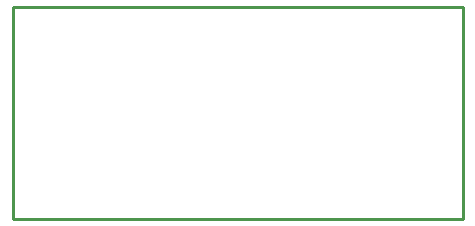
<source format=gm1>
G04 #@! TF.GenerationSoftware,KiCad,Pcbnew,(5.0.0)*
G04 #@! TF.CreationDate,2018-11-06T09:34:30+07:00*
G04 #@! TF.ProjectId,receiver,72656365697665722E6B696361645F70,rev?*
G04 #@! TF.SameCoordinates,Original*
G04 #@! TF.FileFunction,Profile,NP*
%FSLAX46Y46*%
G04 Gerber Fmt 4.6, Leading zero omitted, Abs format (unit mm)*
G04 Created by KiCad (PCBNEW (5.0.0)) date 11/06/18 09:34:30*
%MOMM*%
%LPD*%
G01*
G04 APERTURE LIST*
%ADD10C,0.254000*%
G04 APERTURE END LIST*
D10*
X62865000Y69740000D02*
X62865000Y87740000D01*
X62865000Y69740000D02*
X100965000Y69740000D01*
X62865000Y87740000D02*
X100965000Y87740000D01*
X100965000Y69740000D02*
X100965000Y87740000D01*
M02*

</source>
